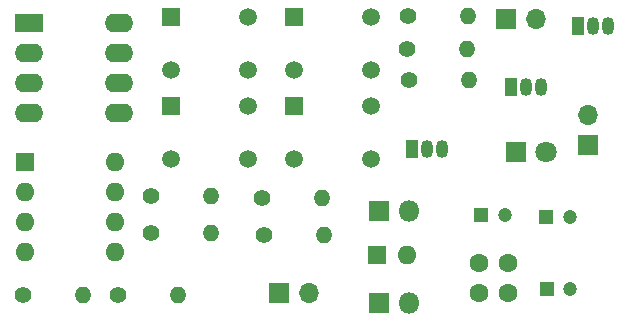
<source format=gbr>
%TF.GenerationSoftware,KiCad,Pcbnew,(5.1.12)-1*%
%TF.CreationDate,2023-08-23T15:12:03+05:30*%
%TF.ProjectId,Smart vibration sensor alaram,536d6172-7420-4766-9962-726174696f6e,rev?*%
%TF.SameCoordinates,Original*%
%TF.FileFunction,Soldermask,Top*%
%TF.FilePolarity,Negative*%
%FSLAX46Y46*%
G04 Gerber Fmt 4.6, Leading zero omitted, Abs format (unit mm)*
G04 Created by KiCad (PCBNEW (5.1.12)-1) date 2023-08-23 15:12:03*
%MOMM*%
%LPD*%
G01*
G04 APERTURE LIST*
%ADD10O,1.400000X1.400000*%
%ADD11C,1.400000*%
%ADD12O,2.400000X1.600000*%
%ADD13R,2.400000X1.600000*%
%ADD14O,1.600000X1.600000*%
%ADD15R,1.600000X1.600000*%
%ADD16C,1.498000*%
%ADD17R,1.498000X1.498000*%
%ADD18R,1.050000X1.500000*%
%ADD19O,1.050000X1.500000*%
%ADD20O,1.700000X1.700000*%
%ADD21R,1.700000X1.700000*%
%ADD22O,1.800000X1.800000*%
%ADD23R,1.800000X1.800000*%
%ADD24C,1.800000*%
%ADD25C,1.200000*%
%ADD26R,1.200000X1.200000*%
%ADD27C,1.600000*%
G04 APERTURE END LIST*
D10*
%TO.C,R7*%
X141680000Y-83450000D03*
D11*
X136600000Y-83450000D03*
%TD*%
D12*
%TO.C,U2*%
X112095001Y-78675001D03*
X104475001Y-86295001D03*
X112095001Y-81215001D03*
X104475001Y-83755001D03*
X112095001Y-83755001D03*
X104475001Y-81215001D03*
X112095001Y-86295001D03*
D13*
X104475001Y-78675001D03*
%TD*%
D14*
%TO.C,U1*%
X111745001Y-90425001D03*
X104125001Y-98045001D03*
X111745001Y-92965001D03*
X104125001Y-95505001D03*
X111745001Y-95505001D03*
X104125001Y-92965001D03*
X111745001Y-98045001D03*
D15*
X104125001Y-90425001D03*
%TD*%
D16*
%TO.C,S3*%
X123000001Y-90165001D03*
X116500001Y-90165001D03*
X123000001Y-85665001D03*
D17*
X116500001Y-85665001D03*
%TD*%
D16*
%TO.C,S2*%
X133420001Y-90165001D03*
X126920001Y-90165001D03*
X133420001Y-85665001D03*
D17*
X126920001Y-85665001D03*
%TD*%
D16*
%TO.C,S1*%
X133420001Y-82625001D03*
X126920001Y-82625001D03*
X133420001Y-78125001D03*
D17*
X126920001Y-78125001D03*
%TD*%
D10*
%TO.C,R9*%
X109055001Y-101675001D03*
D11*
X103975001Y-101675001D03*
%TD*%
D10*
%TO.C,R8*%
X119905001Y-93255001D03*
D11*
X114825001Y-93255001D03*
%TD*%
D10*
%TO.C,R6*%
X119905001Y-96405001D03*
D11*
X114825001Y-96405001D03*
%TD*%
D10*
%TO.C,R5*%
X117085001Y-101675001D03*
D11*
X112005001Y-101675001D03*
%TD*%
D10*
%TO.C,R4*%
X129230000Y-93490000D03*
D11*
X124150000Y-93490000D03*
%TD*%
D10*
%TO.C,R3*%
X141610000Y-78020000D03*
D11*
X136530000Y-78020000D03*
%TD*%
D10*
%TO.C,R2*%
X141580000Y-80870000D03*
D11*
X136500000Y-80870000D03*
%TD*%
D10*
%TO.C,R1*%
X129470000Y-96610000D03*
D11*
X124390000Y-96610000D03*
%TD*%
D18*
%TO.C,Q3*%
X145280000Y-84030000D03*
D19*
X147820000Y-84030000D03*
X146550000Y-84030000D03*
%TD*%
D18*
%TO.C,Q2*%
X150970000Y-78900000D03*
D19*
X153510000Y-78900000D03*
X152240000Y-78900000D03*
%TD*%
D18*
%TO.C,Q1*%
X136925001Y-89305001D03*
D19*
X139465001Y-89305001D03*
X138195001Y-89305001D03*
%TD*%
D20*
%TO.C,LS1*%
X151810000Y-86460000D03*
D21*
X151810000Y-89000000D03*
%TD*%
D20*
%TO.C,J2*%
X128160000Y-101500000D03*
D21*
X125620000Y-101500000D03*
%TD*%
D20*
%TO.C,J1*%
X147380000Y-78260000D03*
D21*
X144840000Y-78260000D03*
%TD*%
D14*
%TO.C,D4*%
X136480000Y-98280000D03*
D15*
X133940000Y-98280000D03*
%TD*%
D22*
%TO.C,D3*%
X136630000Y-102320000D03*
D23*
X134090000Y-102320000D03*
%TD*%
D22*
%TO.C,D2*%
X136620000Y-94580000D03*
D23*
X134080000Y-94580000D03*
%TD*%
D24*
%TO.C,D1*%
X148220000Y-89560000D03*
D23*
X145680000Y-89560000D03*
%TD*%
D25*
%TO.C,C6*%
X144720000Y-94880000D03*
D26*
X142720000Y-94880000D03*
%TD*%
D25*
%TO.C,C5*%
X150290000Y-101150000D03*
D26*
X148290000Y-101150000D03*
%TD*%
D27*
%TO.C,C4*%
X145040000Y-101510000D03*
X142540000Y-101510000D03*
%TD*%
D25*
%TO.C,C3*%
X150250000Y-95080000D03*
D26*
X148250000Y-95080000D03*
%TD*%
D27*
%TO.C,C2*%
X145020000Y-98940000D03*
X142520000Y-98940000D03*
%TD*%
D16*
%TO.C,C1*%
X123000001Y-82625001D03*
X116500001Y-82625001D03*
X123000001Y-78125001D03*
D17*
X116500001Y-78125001D03*
%TD*%
M02*

</source>
